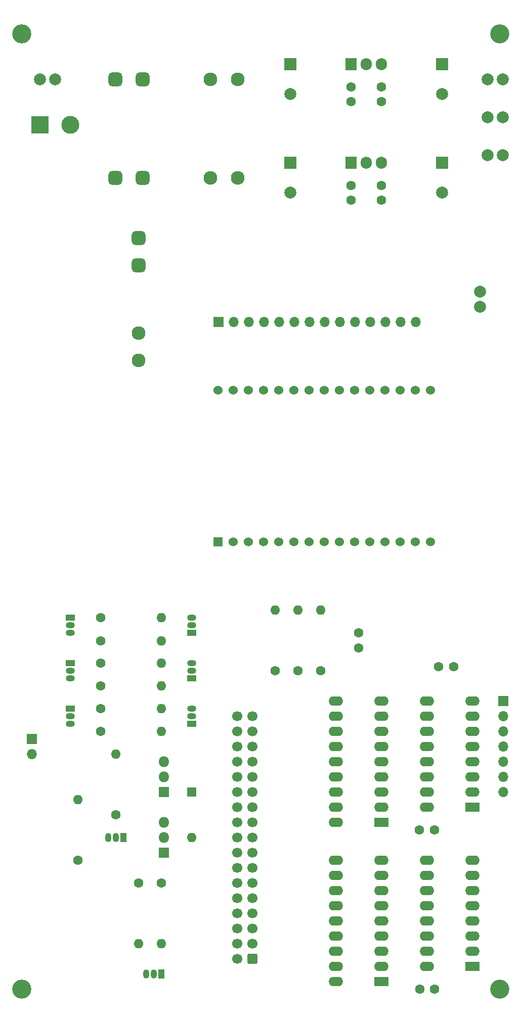
<source format=gbs>
G04 #@! TF.GenerationSoftware,KiCad,Pcbnew,6.0.11-2627ca5db0~126~ubuntu20.04.1*
G04 #@! TF.CreationDate,2023-10-14T11:39:09+02:00*
G04 #@! TF.ProjectId,driverboardAnnax37623,64726976-6572-4626-9f61-7264416e6e61,rev?*
G04 #@! TF.SameCoordinates,Original*
G04 #@! TF.FileFunction,Soldermask,Bot*
G04 #@! TF.FilePolarity,Negative*
%FSLAX46Y46*%
G04 Gerber Fmt 4.6, Leading zero omitted, Abs format (unit mm)*
G04 Created by KiCad (PCBNEW 6.0.11-2627ca5db0~126~ubuntu20.04.1) date 2023-10-14 11:39:09*
%MOMM*%
%LPD*%
G01*
G04 APERTURE LIST*
G04 Aperture macros list*
%AMRoundRect*
0 Rectangle with rounded corners*
0 $1 Rounding radius*
0 $2 $3 $4 $5 $6 $7 $8 $9 X,Y pos of 4 corners*
0 Add a 4 corners polygon primitive as box body*
4,1,4,$2,$3,$4,$5,$6,$7,$8,$9,$2,$3,0*
0 Add four circle primitives for the rounded corners*
1,1,$1+$1,$2,$3*
1,1,$1+$1,$4,$5*
1,1,$1+$1,$6,$7*
1,1,$1+$1,$8,$9*
0 Add four rect primitives between the rounded corners*
20,1,$1+$1,$2,$3,$4,$5,0*
20,1,$1+$1,$4,$5,$6,$7,0*
20,1,$1+$1,$6,$7,$8,$9,0*
20,1,$1+$1,$8,$9,$2,$3,0*%
G04 Aperture macros list end*
%ADD10R,2.400000X1.600000*%
%ADD11O,2.400000X1.600000*%
%ADD12R,2.000000X2.000000*%
%ADD13C,2.000000*%
%ADD14R,1.050000X1.500000*%
%ADD15O,1.050000X1.500000*%
%ADD16RoundRect,0.575000X-0.575000X-0.575000X0.575000X-0.575000X0.575000X0.575000X-0.575000X0.575000X0*%
%ADD17C,2.300000*%
%ADD18C,1.600000*%
%ADD19O,1.600000X1.600000*%
%ADD20R,1.500000X1.050000*%
%ADD21O,1.500000X1.050000*%
%ADD22C,3.200000*%
%ADD23R,1.800000X1.800000*%
%ADD24O,1.800000X1.800000*%
%ADD25RoundRect,0.575000X-0.575000X0.575000X-0.575000X-0.575000X0.575000X-0.575000X0.575000X0.575000X0*%
%ADD26R,1.905000X2.000000*%
%ADD27O,1.905000X2.000000*%
%ADD28R,1.600000X1.600000*%
%ADD29RoundRect,0.250000X0.600000X0.600000X-0.600000X0.600000X-0.600000X-0.600000X0.600000X-0.600000X0*%
%ADD30C,1.700000*%
%ADD31R,3.000000X3.000000*%
%ADD32C,3.000000*%
%ADD33R,1.700000X1.700000*%
%ADD34O,1.700000X1.700000*%
%ADD35R,1.524000X1.524000*%
%ADD36C,1.524000*%
G04 APERTURE END LIST*
D10*
X90185000Y-189230000D03*
D11*
X90185000Y-186690000D03*
X90185000Y-184150000D03*
X90185000Y-181610000D03*
X90185000Y-179070000D03*
X90185000Y-176530000D03*
X90185000Y-173990000D03*
X90185000Y-171450000D03*
X90185000Y-168910000D03*
X82565000Y-168910000D03*
X82565000Y-171450000D03*
X82565000Y-173990000D03*
X82565000Y-176530000D03*
X82565000Y-179070000D03*
X82565000Y-181610000D03*
X82565000Y-184150000D03*
X82565000Y-186690000D03*
X82565000Y-189230000D03*
D12*
X74930000Y-52070000D03*
D13*
X74930000Y-57070000D03*
D14*
X46990000Y-165100000D03*
D15*
X45720000Y-165100000D03*
X44450000Y-165100000D03*
D16*
X50230000Y-54610000D03*
X45630000Y-54610000D03*
D17*
X66130000Y-54610000D03*
X61530000Y-54610000D03*
D18*
X96520000Y-163830000D03*
X99020000Y-163830000D03*
D10*
X90170000Y-162560000D03*
D11*
X90170000Y-160020000D03*
X90170000Y-157480000D03*
X90170000Y-154940000D03*
X90170000Y-152400000D03*
X90170000Y-149860000D03*
X90170000Y-147320000D03*
X90170000Y-144780000D03*
X90170000Y-142240000D03*
X82550000Y-142240000D03*
X82550000Y-144780000D03*
X82550000Y-147320000D03*
X82550000Y-149860000D03*
X82550000Y-152400000D03*
X82550000Y-154940000D03*
X82550000Y-157480000D03*
X82550000Y-160020000D03*
X82550000Y-162560000D03*
D18*
X86360000Y-130830000D03*
X86360000Y-133330000D03*
X76200000Y-137160000D03*
D19*
X76200000Y-127000000D03*
D20*
X58420000Y-130810000D03*
D21*
X58420000Y-129540000D03*
X58420000Y-128270000D03*
D18*
X39370000Y-168910000D03*
D19*
X39370000Y-158750000D03*
D22*
X110000000Y-30500000D03*
D12*
X74930000Y-35560000D03*
D13*
X74930000Y-40560000D03*
D20*
X38100000Y-143510000D03*
D21*
X38100000Y-144780000D03*
X38100000Y-146050000D03*
D18*
X43180000Y-128270000D03*
D19*
X53340000Y-128270000D03*
D18*
X53340000Y-172720000D03*
D19*
X53340000Y-182880000D03*
D18*
X43180000Y-139700000D03*
D19*
X53340000Y-139700000D03*
D18*
X72390000Y-137160000D03*
D19*
X72390000Y-127000000D03*
D23*
X53715000Y-167640000D03*
D24*
X53715000Y-165100000D03*
X53715000Y-162560000D03*
D18*
X45720000Y-161290000D03*
D19*
X45720000Y-151130000D03*
D20*
X38100000Y-128270000D03*
D21*
X38100000Y-129540000D03*
X38100000Y-130810000D03*
D13*
X107950000Y-50800000D03*
X110490000Y-50800000D03*
D18*
X80010000Y-137160000D03*
D19*
X80010000Y-127000000D03*
D25*
X49530000Y-64680000D03*
X49530000Y-69280000D03*
D17*
X49530000Y-85180000D03*
X49530000Y-80580000D03*
D20*
X58420000Y-138430000D03*
D21*
X58420000Y-137160000D03*
X58420000Y-135890000D03*
D18*
X43180000Y-143510000D03*
D19*
X53340000Y-143510000D03*
D13*
X107950000Y-38100000D03*
X110490000Y-38100000D03*
D26*
X85090000Y-35560000D03*
D27*
X87630000Y-35560000D03*
X90170000Y-35560000D03*
D20*
X38100000Y-135890000D03*
D21*
X38100000Y-137160000D03*
X38100000Y-138430000D03*
D18*
X43180000Y-135890000D03*
D19*
X53340000Y-135890000D03*
D10*
X105400000Y-186700000D03*
D11*
X105400000Y-184160000D03*
X105400000Y-181620000D03*
X105400000Y-179080000D03*
X105400000Y-176540000D03*
X105400000Y-174000000D03*
X105400000Y-171460000D03*
X105400000Y-168920000D03*
X97780000Y-168920000D03*
X97780000Y-171460000D03*
X97780000Y-174000000D03*
X97780000Y-176540000D03*
X97780000Y-179080000D03*
X97780000Y-181620000D03*
X97780000Y-184160000D03*
X97780000Y-186700000D03*
D23*
X53715000Y-157480000D03*
D24*
X53715000Y-154940000D03*
X53715000Y-152400000D03*
D28*
X58420000Y-157480000D03*
D19*
X58420000Y-165100000D03*
D18*
X43180000Y-147320000D03*
D19*
X53340000Y-147320000D03*
D29*
X68580000Y-185420000D03*
D30*
X66040000Y-185420000D03*
X68580000Y-182880000D03*
X66040000Y-182880000D03*
X68580000Y-180340000D03*
X66040000Y-180340000D03*
X68580000Y-177800000D03*
X66040000Y-177800000D03*
X68580000Y-175260000D03*
X66040000Y-175260000D03*
X68580000Y-172720000D03*
X66040000Y-172720000D03*
X68580000Y-170180000D03*
X66040000Y-170180000D03*
X68580000Y-167640000D03*
X66040000Y-167640000D03*
X68580000Y-165100000D03*
X66040000Y-165100000D03*
X68580000Y-162560000D03*
X66040000Y-162560000D03*
X68580000Y-160020000D03*
X66040000Y-160020000D03*
X68580000Y-157480000D03*
X66040000Y-157480000D03*
X68580000Y-154940000D03*
X66040000Y-154940000D03*
X68580000Y-152400000D03*
X66040000Y-152400000D03*
X68580000Y-149860000D03*
X66040000Y-149860000D03*
X68580000Y-147320000D03*
X66040000Y-147320000D03*
X68580000Y-144780000D03*
X66040000Y-144780000D03*
D26*
X85090000Y-52070000D03*
D27*
X87630000Y-52070000D03*
X90170000Y-52070000D03*
D22*
X30000000Y-190500000D03*
D16*
X50230000Y-38100000D03*
X45630000Y-38100000D03*
D17*
X61530000Y-38100000D03*
X66130000Y-38100000D03*
D31*
X33020000Y-45720000D03*
D32*
X38100000Y-45720000D03*
D12*
X100330000Y-35560000D03*
D13*
X100330000Y-40560000D03*
D33*
X110560000Y-142235000D03*
D34*
X110560000Y-144775000D03*
X110560000Y-147315000D03*
X110560000Y-149855000D03*
X110560000Y-152395000D03*
X110560000Y-154935000D03*
X110560000Y-157475000D03*
D12*
X100330000Y-52070000D03*
D13*
X100330000Y-57070000D03*
D22*
X30000000Y-30500000D03*
D18*
X85090000Y-55880000D03*
X85090000Y-58380000D03*
X49530000Y-172720000D03*
D19*
X49530000Y-182880000D03*
D33*
X62925000Y-78740000D03*
D34*
X65465000Y-78740000D03*
X68005000Y-78740000D03*
X70545000Y-78740000D03*
X73085000Y-78740000D03*
X75625000Y-78740000D03*
X78165000Y-78740000D03*
X80705000Y-78740000D03*
X83245000Y-78740000D03*
X85785000Y-78740000D03*
X88325000Y-78740000D03*
X90865000Y-78740000D03*
X93405000Y-78740000D03*
X95945000Y-78740000D03*
D18*
X43180000Y-132180000D03*
D19*
X53340000Y-132180000D03*
D35*
X62840000Y-115570000D03*
D36*
X65380000Y-115570000D03*
X67920000Y-115570000D03*
X70460000Y-115570000D03*
X73000000Y-115570000D03*
X75540000Y-115570000D03*
X78080000Y-115570000D03*
X80620000Y-115570000D03*
X83160000Y-115570000D03*
X85700000Y-115570000D03*
X88240000Y-115570000D03*
X90780000Y-115570000D03*
X93320000Y-115570000D03*
X95860000Y-115570000D03*
X98400000Y-115570000D03*
X98400000Y-90170000D03*
X95860000Y-90170000D03*
X93320000Y-90170000D03*
X90780000Y-90170000D03*
X88240000Y-90170000D03*
X85700000Y-90170000D03*
X83160000Y-90170000D03*
X80620000Y-90170000D03*
X78080000Y-90170000D03*
X75540000Y-90170000D03*
X73000000Y-90170000D03*
X70460000Y-90170000D03*
X67920000Y-90170000D03*
X65380000Y-90170000D03*
X62840000Y-90170000D03*
D10*
X105400000Y-160030000D03*
D11*
X105400000Y-157490000D03*
X105400000Y-154950000D03*
X105400000Y-152410000D03*
X105400000Y-149870000D03*
X105400000Y-147330000D03*
X105400000Y-144790000D03*
X105400000Y-142250000D03*
X97780000Y-142250000D03*
X97780000Y-144790000D03*
X97780000Y-147330000D03*
X97780000Y-149870000D03*
X97780000Y-152410000D03*
X97780000Y-154950000D03*
X97780000Y-157490000D03*
X97780000Y-160030000D03*
D13*
X33020000Y-38100000D03*
X35560000Y-38100000D03*
D22*
X110000000Y-190500000D03*
D18*
X96560000Y-190500000D03*
X99060000Y-190500000D03*
D13*
X107950000Y-44450000D03*
X110490000Y-44450000D03*
X106680000Y-73660000D03*
X106680000Y-76200000D03*
D18*
X99735000Y-136525000D03*
X102235000Y-136525000D03*
D14*
X53340000Y-187960000D03*
D15*
X52070000Y-187960000D03*
X50800000Y-187960000D03*
D20*
X58420000Y-146050000D03*
D21*
X58420000Y-144780000D03*
X58420000Y-143510000D03*
D33*
X31690000Y-148590000D03*
D34*
X31690000Y-151130000D03*
D18*
X90170000Y-39370000D03*
X90170000Y-41870000D03*
X90170000Y-55880000D03*
X90170000Y-58380000D03*
X85090000Y-39370000D03*
X85090000Y-41870000D03*
M02*

</source>
